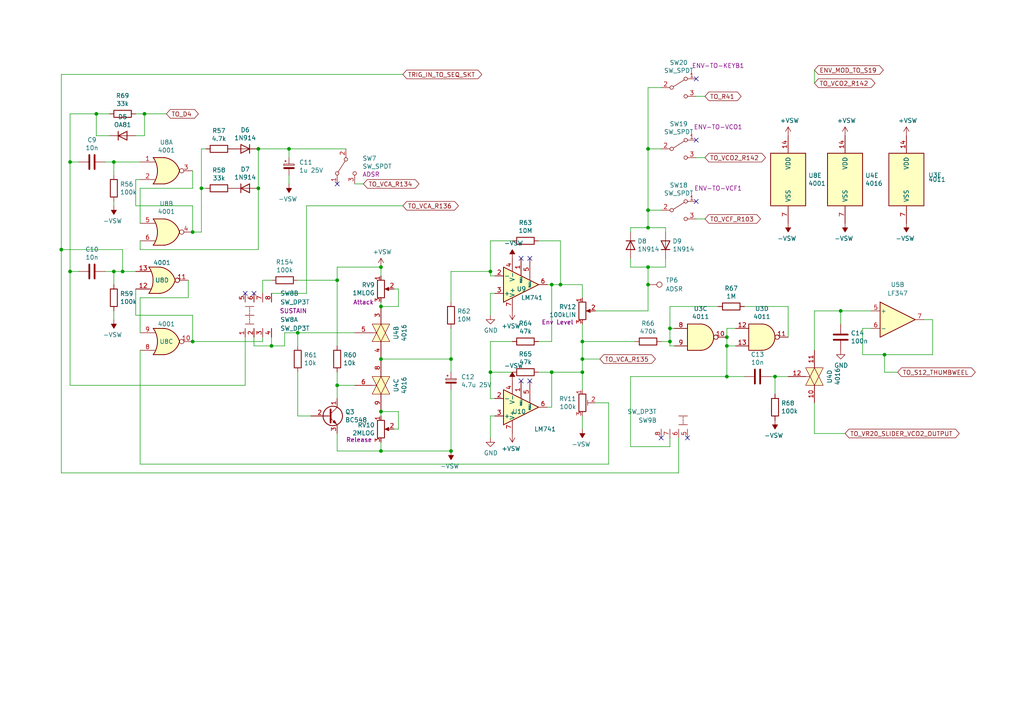
<source format=kicad_sch>
(kicad_sch (version 20230121) (generator eeschema)
  (paper "A4")
  (lib_symbols
    (symbol "4xxx:4001" (pin_names (offset 1.016))
      (property "Reference" "U" (at 0 1.27 0))
      (property "Value" "4001" (at 0 -1.27 0))
      (symbol "4001_1_1"
        (pin input line (at -7.62 2.54 0) (length 4.318) (name "~") (number "1"))
        (pin input line (at -7.62 -2.54 0) (length 4.318) (name "~") (number "2"))
        (pin output inverted (at 7.62 0 180) (length 3.81) (name "~") (number "3"))
      )
      (symbol "4001_1_2"
        (pin input inverted (at -7.62 2.54 0) (length 3.81) (name "~") (number "1"))
        (pin input inverted (at -7.62 -2.54 0) (length 3.81) (name "~") (number "2"))
        (pin output line (at 7.62 0 180) (length 3.81) (name "~") (number "3"))
      )
      (symbol "4001_2_1"
        (pin output inverted (at 7.62 0 180) (length 3.81) (name "~") (number "4"))
        (pin input line (at -7.62 2.54 0) (length 4.318) (name "~") (number "5"))
        (pin input line (at -7.62 -2.54 0) (length 4.318) (name "~") (number "6"))
      )
      (symbol "4001_2_2"
        (pin output line (at 7.62 0 180) (length 3.81) (name "~") (number "4"))
        (pin input inverted (at -7.62 2.54 0) (length 3.81) (name "~") (number "5"))
        (pin input inverted (at -7.62 -2.54 0) (length 3.81) (name "~") (number "6"))
      )
      (symbol "4001_3_1"
        (pin output inverted (at 7.62 0 180) (length 3.81) (name "~") (number "10"))
        (pin input line (at -7.62 2.54 0) (length 4.318) (name "~") (number "8"))
        (pin input line (at -7.62 -2.54 0) (length 4.318) (name "~") (number "9"))
      )
      (symbol "4001_3_2"
        (pin output line (at 7.62 0 180) (length 3.81) (name "~") (number "10"))
        (pin input inverted (at -7.62 2.54 0) (length 3.81) (name "~") (number "8"))
        (pin input inverted (at -7.62 -2.54 0) (length 3.81) (name "~") (number "9"))
      )
      (symbol "4001_4_1"
        (pin output inverted (at 7.62 0 180) (length 3.81) (name "~") (number "11"))
        (pin input line (at -7.62 2.54 0) (length 4.318) (name "~") (number "12"))
        (pin input line (at -7.62 -2.54 0) (length 4.318) (name "~") (number "13"))
      )
      (symbol "4001_4_2"
        (pin output line (at 7.62 0 180) (length 3.81) (name "~") (number "11"))
        (pin input inverted (at -7.62 2.54 0) (length 3.81) (name "~") (number "12"))
        (pin input inverted (at -7.62 -2.54 0) (length 3.81) (name "~") (number "13"))
      )
      (symbol "4001_5_0"
        (pin power_in line (at 0 12.7 270) (length 5.08) (name "VDD") (number "14"))
        (pin power_in line (at 0 -12.7 90) (length 5.08) (name "VSS") (number "7"))
      )
    )
    (symbol "4xxx:4011" (pin_names (offset 1.016))
      (property "Reference" "U" (at 0 1.27 0))
      (property "Value" "4011" (at 0 -1.27 0))
      (symbol "4011_1_1"
        (pin input line (at -7.62 2.54 0) (length 3.81) (name "~") (number "1"))
        (pin input line (at -7.62 -2.54 0) (length 3.81) (name "~") (number "2"))
        (pin output inverted (at 7.62 0 180) (length 3.81) (name "~") (number "3"))
      )
      (symbol "4011_1_2"
        (pin input inverted (at -7.62 2.54 0) (length 4.318) (name "~") (number "1"))
        (pin input inverted (at -7.62 -2.54 0) (length 4.318) (name "~") (number "2"))
        (pin output line (at 7.62 0 180) (length 3.81) (name "~") (number "3"))
      )
      (symbol "4011_2_1"
        (pin output inverted (at 7.62 0 180) (length 3.81) (name "~") (number "4"))
        (pin input line (at -7.62 2.54 0) (length 3.81) (name "~") (number "5"))
        (pin input line (at -7.62 -2.54 0) (length 3.81) (name "~") (number "6"))
      )
      (symbol "4011_2_2"
        (pin output line (at 7.62 0 180) (length 3.81) (name "~") (number "4"))
        (pin input inverted (at -7.62 2.54 0) (length 4.318) (name "~") (number "5"))
        (pin input inverted (at -7.62 -2.54 0) (length 4.318) (name "~") (number "6"))
      )
      (symbol "4011_3_1"
        (pin output inverted (at 7.62 0 180) (length 3.81) (name "~") (number "10"))
        (pin input line (at -7.62 2.54 0) (length 3.81) (name "~") (number "8"))
        (pin input line (at -7.62 -2.54 0) (length 3.81) (name "~") (number "9"))
      )
      (symbol "4011_3_2"
        (pin output line (at 7.62 0 180) (length 3.81) (name "~") (number "10"))
        (pin input inverted (at -7.62 2.54 0) (length 4.318) (name "~") (number "8"))
        (pin input inverted (at -7.62 -2.54 0) (length 4.318) (name "~") (number "9"))
      )
      (symbol "4011_4_1"
        (pin output inverted (at 7.62 0 180) (length 3.81) (name "~") (number "11"))
        (pin input line (at -7.62 2.54 0) (length 3.81) (name "~") (number "12"))
        (pin input line (at -7.62 -2.54 0) (length 3.81) (name "~") (number "13"))
      )
      (symbol "4011_4_2"
        (pin output line (at 7.62 0 180) (length 3.81) (name "~") (number "11"))
        (pin input inverted (at -7.62 2.54 0) (length 4.318) (name "~") (number "12"))
        (pin input inverted (at -7.62 -2.54 0) (length 4.318) (name "~") (number "13"))
      )
      (symbol "4011_5_0"
        (pin power_in line (at 0 12.7 270) (length 5.08) (name "VDD") (number "14"))
        (pin power_in line (at 0 -12.7 90) (length 5.08) (name "VSS") (number "7"))
      )
    )
    (symbol "4xxx:4016" (pin_names (offset 1.016))
      (property "Reference" "U" (at -7.62 8.89 0))
      (property "Value" "4016" (at -7.62 -8.89 0))
      (symbol "4016_1_0"
        (pin passive line (at -7.62 0 0) (length 5.08) (name "~") (number "1"))
        (pin input line (at 0 7.62 270) (length 5.08) (name "~") (number "13"))
        (pin passive line (at 7.62 0 180) (length 5.08) (name "~") (number "2"))
      )
      (symbol "4016_2_0"
        (pin passive line (at 7.62 0 180) (length 5.08) (name "~") (number "3"))
        (pin passive line (at -7.62 0 0) (length 5.08) (name "~") (number "4"))
        (pin input line (at 0 7.62 270) (length 5.08) (name "~") (number "5"))
      )
      (symbol "4016_3_0"
        (pin input line (at 0 7.62 270) (length 5.08) (name "~") (number "6"))
        (pin passive line (at -7.62 0 0) (length 5.08) (name "~") (number "8"))
        (pin passive line (at 7.62 0 180) (length 5.08) (name "~") (number "9"))
      )
      (symbol "4016_4_0"
        (pin passive line (at 7.62 0 180) (length 5.08) (name "~") (number "10"))
        (pin passive line (at -7.62 0 0) (length 5.08) (name "~") (number "11"))
        (pin input line (at 0 7.62 270) (length 5.08) (name "~") (number "12"))
      )
      (symbol "4016_5_0"
        (pin power_in line (at 0 12.7 270) (length 5.08) (name "VDD") (number "14"))
        (pin power_in line (at 0 -12.7 90) (length 5.08) (name "VSS") (number "7"))
      )
    )
    (symbol "Amplifier_Operational:LM741" (pin_names (offset 0.127))
      (property "Reference" "U" (at 0 6.35 0))
      (property "Value" "LM741" (at 0 3.81 0))
      (symbol "LM741_1_1"
        (pin input line (at 0 -7.62 90) (length 5.08) (name "NULL") (number "1"))
        (pin input line (at -7.62 -2.54 0) (length 2.54) (name "-") (number "2"))
        (pin input line (at -7.62 2.54 0) (length 2.54) (name "+") (number "3"))
        (pin power_in line (at -2.54 -7.62 90) (length 3.81) (name "V-") (number "4"))
        (pin input line (at 2.54 -7.62 90) (length 6.35) (name "NULL") (number "5"))
        (pin output line (at 7.62 0 180) (length 2.54) (name "~") (number "6"))
        (pin power_in line (at -2.54 7.62 270) (length 3.81) (name "V+") (number "7"))
        (pin no_connect line (at 0 2.54 270) (length 2.54) hide (name "NC") (number "8"))
      )
    )
    (symbol "Connector:TestPoint" (pin_numbers hide) (pin_names (offset 0.762) hide)
      (property "Reference" "TP" (at 0 6.858 0))
      (property "Value" "TestPoint" (at 0 5.08 0))
      (symbol "TestPoint_1_1"
        (pin passive line (at 0 0 90) (length 2.54) (name "1") (number "1"))
      )
    )
    (symbol "Device:C" (pin_numbers hide) (pin_names (offset 0.254))
      (property "Reference" "C" (at 0.635 2.54 0))
      (property "Value" "C" (at 0.635 -2.54 0))
      (symbol "C_1_1"
        (pin passive line (at 0 3.81 270) (length 2.794) (name "~") (number "1"))
        (pin passive line (at 0 -3.81 90) (length 2.794) (name "~") (number "2"))
      )
    )
    (symbol "Device:C_Polarized_Small" (pin_numbers hide) (pin_names (offset 0.254) hide)
      (property "Reference" "C" (at 0.254 1.778 0))
      (property "Value" "C_Polarized_Small" (at 0.254 -2.032 0))
      (symbol "C_Polarized_Small_1_1"
        (pin passive line (at 0 2.54 270) (length 1.8542) (name "~") (number "1"))
        (pin passive line (at 0 -2.54 90) (length 1.8542) (name "~") (number "2"))
      )
    )
    (symbol "Device:D" (pin_numbers hide) (pin_names (offset 1.016) hide)
      (property "Reference" "D" (at 0 2.54 0))
      (property "Value" "D" (at 0 -2.54 0))
      (symbol "D_1_1"
        (pin passive line (at -3.81 0 0) (length 2.54) (name "K") (number "1"))
        (pin passive line (at 3.81 0 180) (length 2.54) (name "A") (number "2"))
      )
    )
    (symbol "Device:R" (pin_numbers hide) (pin_names (offset 0))
      (property "Reference" "R" (at 2.032 0 90))
      (property "Value" "R" (at 0 0 90))
      (symbol "R_1_1"
        (pin passive line (at 0 3.81 270) (length 1.27) (name "~") (number "1"))
        (pin passive line (at 0 -3.81 90) (length 1.27) (name "~") (number "2"))
      )
    )
    (symbol "Device:R_Potentiometer" (pin_names (offset 1.016) hide)
      (property "Reference" "RV" (at -4.445 0 90))
      (property "Value" "R_Potentiometer" (at -2.54 0 90))
      (symbol "R_Potentiometer_1_1"
        (pin passive line (at 0 3.81 270) (length 1.27) (name "1") (number "1"))
        (pin passive line (at 3.81 0 180) (length 1.27) (name "2") (number "2"))
        (pin passive line (at 0 -3.81 90) (length 1.27) (name "3") (number "3"))
      )
    )
    (symbol "Device:R_Potentiometer_Trim" (pin_names (offset 1.016) hide)
      (property "Reference" "RV" (at -4.445 0 90))
      (property "Value" "R_Potentiometer_Trim" (at -2.54 0 90))
      (symbol "R_Potentiometer_Trim_1_1"
        (pin passive line (at 0 3.81 270) (length 1.27) (name "1") (number "1"))
        (pin passive line (at 3.81 0 180) (length 1.27) (name "2") (number "2"))
        (pin passive line (at 0 -3.81 90) (length 1.27) (name "3") (number "3"))
      )
    )
    (symbol "Diode:1N914" (pin_numbers hide) (pin_names hide)
      (property "Reference" "D" (at 0 2.54 0))
      (property "Value" "1N914" (at 0 -2.54 0))
      (symbol "1N914_1_1"
        (pin passive line (at -3.81 0 0) (length 2.54) (name "K") (number "1"))
        (pin passive line (at 3.81 0 180) (length 2.54) (name "A") (number "2"))
      )
    )
    (symbol "Switch:SW_SPDT" (pin_names (offset 0) hide)
      (property "Reference" "SW" (at 0 4.318 0))
      (property "Value" "SW_SPDT" (at 0 -5.08 0))
      (symbol "SW_SPDT_1_1"
        (pin passive line (at 5.08 2.54 180) (length 2.54) (name "A") (number "1"))
        (pin passive line (at -5.08 0 0) (length 2.54) (name "B") (number "2"))
        (pin passive line (at 5.08 -2.54 180) (length 2.54) (name "C") (number "3"))
      )
    )
    (symbol "Transistor_BJT:BC548" (pin_names (offset 0) hide)
      (property "Reference" "Q" (at 5.08 1.905 0))
      (property "Value" "BC548" (at 5.08 0 0))
      (symbol "BC548_1_1"
        (pin passive line (at 2.54 5.08 270) (length 2.54) (name "C") (number "1"))
        (pin input line (at -5.08 0 0) (length 5.08) (name "B") (number "2"))
        (pin passive line (at 2.54 -5.08 90) (length 2.54) (name "E") (number "3"))
      )
    )
    (symbol "pe_microsynth:LF347" (pin_names (offset 0.127))
      (property "Reference" "U" (at 0 5.08 0))
      (property "Value" "LF347" (at 0 -5.08 0))
      (symbol "LF347_1_1"
        (pin output line (at 7.62 0 180) (length 2.54) (name "~") (number "1"))
        (pin input line (at -7.62 -2.54 0) (length 2.54) (name "-") (number "2"))
        (pin input line (at -7.62 2.54 0) (length 2.54) (name "+") (number "3"))
      )
      (symbol "LF347_2_1"
        (pin input line (at -7.62 2.54 0) (length 2.54) (name "+") (number "5"))
        (pin input line (at -7.62 -2.54 0) (length 2.54) (name "-") (number "6"))
        (pin output line (at 7.62 0 180) (length 2.54) (name "~") (number "7"))
      )
      (symbol "LF347_3_1"
        (pin input line (at -7.62 2.54 0) (length 2.54) (name "+") (number "10"))
        (pin output line (at 7.62 0 180) (length 2.54) (name "~") (number "8"))
        (pin input line (at -7.62 -2.54 0) (length 2.54) (name "-") (number "9"))
      )
      (symbol "LF347_4_1"
        (pin input line (at -7.62 2.54 0) (length 2.54) (name "+") (number "12"))
        (pin input line (at -7.62 -2.54 0) (length 2.54) (name "-") (number "13"))
        (pin output line (at 7.62 0 180) (length 2.54) (name "~") (number "14"))
      )
      (symbol "LF347_5_1"
        (pin power_in line (at -2.54 -7.62 90) (length 3.81) (name "V-") (number "11"))
        (pin power_in line (at -2.54 7.62 270) (length 3.81) (name "V+") (number "4"))
      )
    )
    (symbol "pe_microsynth:SW_DPTT_SELECTOR-Switch" (pin_names (offset 1.016))
      (property "Reference" "SW" (at 0 0 0))
      (property "Value" "SW_DPTT_SELECTOR-Switch" (at 0 0 0))
      (symbol "SW_DPTT_SELECTOR-Switch_1_1"
        (pin bidirectional line (at -3.81 -5.08 90) (length 2.54) (name "~") (number "1"))
        (pin bidirectional line (at -1.27 -5.08 90) (length 2.54) (name "~") (number "2"))
        (pin bidirectional line (at 1.27 -5.08 90) (length 2.54) (name "~") (number "3"))
        (pin bidirectional line (at 3.81 -5.08 90) (length 2.54) (name "~") (number "4"))
      )
      (symbol "SW_DPTT_SELECTOR-Switch_2_1"
        (pin bidirectional line (at -3.81 5.08 270) (length 2.54) (name "~") (number "5"))
        (pin bidirectional line (at -1.27 5.08 270) (length 2.54) (name "~") (number "6"))
        (pin bidirectional line (at 1.27 5.08 270) (length 2.54) (name "~") (number "7"))
        (pin bidirectional line (at 3.81 5.08 270) (length 2.54) (name "~") (number "8"))
      )
    )
    (symbol "power:+VSW" (power) (pin_names (offset 0))
      (property "Value" "+VSW" (at 0 3.556 0))
      (symbol "+VSW_1_1"
        (pin power_in line (at 0 0 90) (length 0) hide (name "+VSW") (number "1"))
      )
    )
    (symbol "power:-VSW" (power) (pin_names (offset 0))
      (property "Value" "-VSW" (at 0 3.81 0))
      (symbol "-VSW_0_0"
        (pin power_in line (at 0 0 90) (length 0) hide (name "-VSW") (number "1"))
      )
    )
    (symbol "power:GND" (power) (pin_names (offset 0))
      (property "Value" "GND" (at 0 -3.81 0))
      (symbol "GND_1_1"
        (pin power_in line (at 0 0 270) (length 0) hide (name "GND") (number "1"))
      )
    )
  )
  (junction (at 35.56 78.74))
  (junction (at 130.81 104.14))
  (junction (at 20.32 46.99))
  (junction (at 74.93 43.18))
  (junction (at 142.24 107.95))
  (junction (at 187.96 82.55))
  (junction (at 210.82 109.22))
  (junction (at 187.96 43.18))
  (junction (at 83.82 43.18))
  (junction (at 187.96 60.96))
  (junction (at 17.78 72.39))
  (junction (at 97.79 81.28))
  (junction (at 110.49 77.47))
  (junction (at 86.36 96.52))
  (junction (at 243.84 90.17))
  (junction (at 187.96 77.47))
  (junction (at 210.82 97.79))
  (junction (at 256.54 102.87))
  (junction (at 58.42 54.61))
  (junction (at 110.49 119.38))
  (junction (at 130.81 130.81))
  (junction (at 110.49 104.14))
  (junction (at 97.79 111.76))
  (junction (at 33.02 46.99))
  (junction (at 160.02 107.95))
  (junction (at 110.49 130.81))
  (junction (at 224.79 109.22))
  (junction (at 27.94 33.02))
  (junction (at 41.91 33.02))
  (junction (at 168.91 99.06))
  (junction (at 55.88 67.31))
  (junction (at 142.24 78.74))
  (junction (at 20.32 78.74))
  (junction (at 168.91 107.95))
  (junction (at 55.88 99.06))
  (junction (at 74.93 54.61))
  (junction (at 210.82 100.33))
  (junction (at 194.31 95.25))
  (junction (at 162.56 82.55))
  (junction (at 78.74 100.33))
  (junction (at 160.02 82.55))
  (junction (at 168.91 104.14))
  (junction (at 194.31 99.06))
  (junction (at 33.02 78.74))
  (junction (at 110.49 88.9))
  (junction (at 187.96 66.04))
  (no_connect (at 97.79 53.34))
  (no_connect (at 151.13 110.49))
  (no_connect (at 201.93 40.64))
  (no_connect (at 71.12 85.09))
  (no_connect (at 199.39 127))
  (no_connect (at 201.93 22.86))
  (no_connect (at 153.67 74.93))
  (no_connect (at 201.93 58.42))
  (no_connect (at 191.77 127))
  (no_connect (at 153.67 110.49))
  (no_connect (at 73.66 85.09))
  (no_connect (at 151.13 74.93))
  (wire (pts (xy 35.56 78.74) (xy 35.56 72.39)))
  (wire (pts (xy 27.94 33.02) (xy 31.75 33.02)))
  (wire (pts (xy 58.42 54.61) (xy 58.42 43.18)))
  (wire (pts (xy 110.49 88.9) (xy 115.57 88.9)))
  (wire (pts (xy 156.21 69.85) (xy 162.56 69.85)))
  (wire (pts (xy 97.79 107.95) (xy 97.79 111.76)))
  (wire (pts (xy 201.93 45.72) (xy 204.47 45.72)))
  (wire (pts (xy 160.02 82.55) (xy 160.02 99.06)))
  (wire (pts (xy 228.6 109.22) (xy 224.79 109.22)))
  (wire (pts (xy 130.81 104.14) (xy 130.81 95.25)))
  (wire (pts (xy 30.48 46.99) (xy 33.02 46.99)))
  (wire (pts (xy 130.81 104.14) (xy 130.81 107.95)))
  (wire (pts (xy 210.82 95.25) (xy 213.36 95.25)))
  (wire (pts (xy 182.88 67.31) (xy 182.88 66.04)))
  (wire (pts (xy 97.79 77.47) (xy 97.79 81.28)))
  (wire (pts (xy 260.35 107.95) (xy 256.54 107.95)))
  (wire (pts (xy 193.04 66.04) (xy 193.04 67.31)))
  (wire (pts (xy 110.49 119.38) (xy 115.57 119.38)))
  (wire (pts (xy 20.32 111.76) (xy 20.32 78.74)))
  (wire (pts (xy 78.74 85.09) (xy 88.9 85.09)))
  (wire (pts (xy 110.49 120.65) (xy 110.49 119.38)))
  (wire (pts (xy 194.31 88.9) (xy 194.31 95.25)))
  (wire (pts (xy 210.82 100.33) (xy 210.82 109.22)))
  (wire (pts (xy 142.24 99.06) (xy 148.59 99.06)))
  (wire (pts (xy 195.58 100.33) (xy 194.31 100.33)))
  (wire (pts (xy 20.32 46.99) (xy 20.32 33.02)))
  (wire (pts (xy 224.79 114.3) (xy 224.79 109.22)))
  (wire (pts (xy 142.24 69.85) (xy 148.59 69.85)))
  (wire (pts (xy 88.9 59.69) (xy 116.84 59.69)))
  (wire (pts (xy 20.32 111.76) (xy 71.12 111.76)))
  (wire (pts (xy 256.54 107.95) (xy 256.54 102.87)))
  (wire (pts (xy 193.04 77.47) (xy 187.96 77.47)))
  (wire (pts (xy 40.64 54.61) (xy 55.88 54.61)))
  (wire (pts (xy 204.47 63.5) (xy 201.93 63.5)))
  (wire (pts (xy 142.24 85.09) (xy 143.51 85.09)))
  (wire (pts (xy 55.88 67.31) (xy 58.42 67.31)))
  (wire (pts (xy 196.85 137.16) (xy 17.78 137.16)))
  (wire (pts (xy 187.96 90.17) (xy 172.72 90.17)))
  (wire (pts (xy 58.42 54.61) (xy 59.69 54.61)))
  (wire (pts (xy 110.49 104.14) (xy 130.81 104.14)))
  (wire (pts (xy 73.66 97.79) (xy 73.66 100.33)))
  (wire (pts (xy 250.19 95.25) (xy 252.73 95.25)))
  (wire (pts (xy 76.2 81.28) (xy 78.74 81.28)))
  (wire (pts (xy 40.64 72.39) (xy 74.93 72.39)))
  (wire (pts (xy 168.91 107.95) (xy 168.91 104.14)))
  (wire (pts (xy 142.24 120.65) (xy 143.51 120.65)))
  (wire (pts (xy 168.91 113.03) (xy 168.91 107.95)))
  (wire (pts (xy 256.54 102.87) (xy 250.19 102.87)))
  (wire (pts (xy 40.64 52.07) (xy 39.37 52.07)))
  (wire (pts (xy 236.22 125.73) (xy 236.22 116.84)))
  (wire (pts (xy 267.97 92.71) (xy 270.51 92.71)))
  (wire (pts (xy 194.31 95.25) (xy 195.58 95.25)))
  (wire (pts (xy 215.9 88.9) (xy 228.6 88.9)))
  (wire (pts (xy 130.81 113.03) (xy 130.81 130.81)))
  (wire (pts (xy 39.37 91.44) (xy 39.37 83.82)))
  (wire (pts (xy 194.31 95.25) (xy 194.31 99.06)))
  (wire (pts (xy 88.9 85.09) (xy 88.9 59.69)))
  (wire (pts (xy 33.02 59.69) (xy 33.02 58.42)))
  (wire (pts (xy 40.64 134.62) (xy 40.64 101.6)))
  (wire (pts (xy 97.79 81.28) (xy 97.79 100.33)))
  (wire (pts (xy 105.41 53.34) (xy 102.87 53.34)))
  (wire (pts (xy 110.49 77.47) (xy 97.79 77.47)))
  (wire (pts (xy 39.37 52.07) (xy 39.37 59.69)))
  (wire (pts (xy 182.88 109.22) (xy 182.88 129.54)))
  (wire (pts (xy 74.93 72.39) (xy 74.93 54.61)))
  (wire (pts (xy 176.53 116.84) (xy 176.53 134.62)))
  (wire (pts (xy 40.64 69.85) (xy 40.64 72.39)))
  (wire (pts (xy 76.2 99.06) (xy 76.2 97.79)))
  (wire (pts (xy 114.3 124.46) (xy 115.57 124.46)))
  (wire (pts (xy 187.96 82.55) (xy 187.96 90.17)))
  (wire (pts (xy 142.24 78.74) (xy 142.24 69.85)))
  (wire (pts (xy 160.02 107.95) (xy 168.91 107.95)))
  (wire (pts (xy 236.22 24.13) (xy 236.22 20.32)))
  (wire (pts (xy 168.91 104.14) (xy 168.91 99.06)))
  (wire (pts (xy 97.79 115.57) (xy 97.79 111.76)))
  (wire (pts (xy 187.96 25.4) (xy 187.96 43.18)))
  (wire (pts (xy 142.24 80.01) (xy 142.24 78.74)))
  (wire (pts (xy 31.75 39.37) (xy 27.94 39.37)))
  (wire (pts (xy 110.49 80.01) (xy 110.49 77.47)))
  (wire (pts (xy 156.21 107.95) (xy 160.02 107.95)))
  (wire (pts (xy 110.49 87.63) (xy 110.49 88.9)))
  (wire (pts (xy 168.91 82.55) (xy 162.56 82.55)))
  (wire (pts (xy 142.24 107.95) (xy 142.24 115.57)))
  (wire (pts (xy 160.02 82.55) (xy 158.75 82.55)))
  (wire (pts (xy 86.36 96.52) (xy 102.87 96.52)))
  (wire (pts (xy 40.64 64.77) (xy 40.64 54.61)))
  (wire (pts (xy 182.88 129.54) (xy 194.31 129.54)))
  (wire (pts (xy 33.02 78.74) (xy 35.56 78.74)))
  (wire (pts (xy 168.91 120.65) (xy 168.91 124.46)))
  (wire (pts (xy 243.84 90.17) (xy 236.22 90.17)))
  (wire (pts (xy 86.36 81.28) (xy 97.79 81.28)))
  (wire (pts (xy 142.24 115.57) (xy 143.51 115.57)))
  (wire (pts (xy 41.91 39.37) (xy 41.91 33.02)))
  (wire (pts (xy 172.72 116.84) (xy 176.53 116.84)))
  (wire (pts (xy 33.02 78.74) (xy 33.02 82.55)))
  (wire (pts (xy 115.57 83.82) (xy 114.3 83.82)))
  (wire (pts (xy 130.81 78.74) (xy 142.24 78.74)))
  (wire (pts (xy 168.91 86.36) (xy 168.91 82.55)))
  (wire (pts (xy 148.59 107.95) (xy 142.24 107.95)))
  (wire (pts (xy 86.36 120.65) (xy 86.36 107.95)))
  (wire (pts (xy 187.96 66.04) (xy 193.04 66.04)))
  (wire (pts (xy 97.79 130.81) (xy 110.49 130.81)))
  (wire (pts (xy 215.9 109.22) (xy 210.82 109.22)))
  (wire (pts (xy 86.36 100.33) (xy 86.36 96.52)))
  (wire (pts (xy 187.96 77.47) (xy 182.88 77.47)))
  (wire (pts (xy 191.77 60.96) (xy 187.96 60.96)))
  (wire (pts (xy 39.37 39.37) (xy 41.91 39.37)))
  (wire (pts (xy 142.24 107.95) (xy 142.24 99.06)))
  (wire (pts (xy 40.64 86.36) (xy 54.61 86.36)))
  (wire (pts (xy 194.31 100.33) (xy 194.31 99.06)))
  (wire (pts (xy 210.82 109.22) (xy 182.88 109.22)))
  (wire (pts (xy 236.22 90.17) (xy 236.22 101.6)))
  (wire (pts (xy 168.91 99.06) (xy 184.15 99.06)))
  (wire (pts (xy 176.53 134.62) (xy 40.64 134.62)))
  (wire (pts (xy 73.66 100.33) (xy 78.74 100.33)))
  (wire (pts (xy 55.88 59.69) (xy 55.88 67.31)))
  (wire (pts (xy 55.88 54.61) (xy 55.88 49.53)))
  (wire (pts (xy 160.02 107.95) (xy 160.02 118.11)))
  (wire (pts (xy 78.74 100.33) (xy 82.55 100.33)))
  (wire (pts (xy 115.57 88.9) (xy 115.57 83.82)))
  (wire (pts (xy 196.85 127) (xy 196.85 137.16)))
  (wire (pts (xy 58.42 43.18) (xy 59.69 43.18)))
  (wire (pts (xy 208.28 88.9) (xy 194.31 88.9)))
  (wire (pts (xy 143.51 80.01) (xy 142.24 80.01)))
  (wire (pts (xy 33.02 92.71) (xy 33.02 90.17)))
  (wire (pts (xy 55.88 99.06) (xy 76.2 99.06)))
  (wire (pts (xy 39.37 59.69) (xy 55.88 59.69)))
  (wire (pts (xy 182.88 66.04) (xy 187.96 66.04)))
  (wire (pts (xy 160.02 118.11) (xy 158.75 118.11)))
  (wire (pts (xy 33.02 46.99) (xy 40.64 46.99)))
  (wire (pts (xy 20.32 78.74) (xy 22.86 78.74)))
  (wire (pts (xy 17.78 137.16) (xy 17.78 72.39)))
  (wire (pts (xy 110.49 128.27) (xy 110.49 130.81)))
  (wire (pts (xy 58.42 67.31) (xy 58.42 54.61)))
  (wire (pts (xy 173.99 104.14) (xy 168.91 104.14)))
  (wire (pts (xy 252.73 90.17) (xy 243.84 90.17)))
  (wire (pts (xy 187.96 77.47) (xy 187.96 82.55)))
  (wire (pts (xy 78.74 100.33) (xy 78.74 97.79)))
  (wire (pts (xy 194.31 99.06) (xy 191.77 99.06)))
  (wire (pts (xy 74.93 54.61) (xy 74.93 43.18)))
  (wire (pts (xy 270.51 102.87) (xy 256.54 102.87)))
  (wire (pts (xy 162.56 69.85) (xy 162.56 82.55)))
  (wire (pts (xy 41.91 33.02) (xy 39.37 33.02)))
  (wire (pts (xy 100.33 43.18) (xy 83.82 43.18)))
  (wire (pts (xy 97.79 125.73) (xy 97.79 130.81)))
  (wire (pts (xy 187.96 43.18) (xy 187.96 60.96)))
  (wire (pts (xy 82.55 100.33) (xy 82.55 96.52)))
  (wire (pts (xy 20.32 46.99) (xy 20.32 78.74)))
  (wire (pts (xy 33.02 46.99) (xy 33.02 50.8)))
  (wire (pts (xy 142.24 91.44) (xy 142.24 85.09)))
  (wire (pts (xy 210.82 97.79) (xy 210.82 95.25)))
  (wire (pts (xy 193.04 74.93) (xy 193.04 77.47)))
  (wire (pts (xy 210.82 97.79) (xy 210.82 100.33)))
  (wire (pts (xy 82.55 96.52) (xy 86.36 96.52)))
  (wire (pts (xy 76.2 81.28) (xy 76.2 85.09)))
  (wire (pts (xy 162.56 82.55) (xy 160.02 82.55)))
  (wire (pts (xy 130.81 87.63) (xy 130.81 78.74)))
  (wire (pts (xy 83.82 45.72) (xy 83.82 43.18)))
  (wire (pts (xy 270.51 92.71) (xy 270.51 102.87)))
  (wire (pts (xy 20.32 33.02) (xy 27.94 33.02)))
  (wire (pts (xy 22.86 46.99) (xy 20.32 46.99)))
  (wire (pts (xy 243.84 93.98) (xy 243.84 90.17)))
  (wire (pts (xy 182.88 77.47) (xy 182.88 74.93)))
  (wire (pts (xy 191.77 25.4) (xy 187.96 25.4)))
  (wire (pts (xy 110.49 130.81) (xy 130.81 130.81)))
  (wire (pts (xy 48.26 33.02) (xy 41.91 33.02)))
  (wire (pts (xy 115.57 119.38) (xy 115.57 124.46)))
  (wire (pts (xy 90.17 120.65) (xy 86.36 120.65)))
  (wire (pts (xy 250.19 102.87) (xy 250.19 95.25)))
  (wire (pts (xy 168.91 93.98) (xy 168.91 99.06)))
  (wire (pts (xy 160.02 99.06) (xy 156.21 99.06)))
  (wire (pts (xy 55.88 99.06) (xy 55.88 91.44)))
  (wire (pts (xy 55.88 91.44) (xy 39.37 91.44)))
  (wire (pts (xy 27.94 39.37) (xy 27.94 33.02)))
  (wire (pts (xy 187.96 60.96) (xy 187.96 66.04)))
  (wire (pts (xy 83.82 53.34) (xy 83.82 50.8)))
  (wire (pts (xy 83.82 43.18) (xy 74.93 43.18)))
  (wire (pts (xy 194.31 129.54) (xy 194.31 127)))
  (wire (pts (xy 224.79 109.22) (xy 223.52 109.22)))
  (wire (pts (xy 35.56 72.39) (xy 17.78 72.39)))
  (wire (pts (xy 30.48 78.74) (xy 33.02 78.74)))
  (wire (pts (xy 204.47 27.94) (xy 201.93 27.94)))
  (wire (pts (xy 245.11 125.73) (xy 236.22 125.73)))
  (wire (pts (xy 210.82 100.33) (xy 213.36 100.33)))
  (wire (pts (xy 54.61 86.36) (xy 54.61 81.28)))
  (wire (pts (xy 17.78 21.59) (xy 17.78 72.39)))
  (wire (pts (xy 142.24 127) (xy 142.24 120.65)))
  (wire (pts (xy 191.77 43.18) (xy 187.96 43.18)))
  (wire (pts (xy 97.79 111.76) (xy 102.87 111.76)))
  (wire (pts (xy 116.84 21.59) (xy 17.78 21.59)))
  (wire (pts (xy 228.6 88.9) (xy 228.6 97.79)))
  (wire (pts (xy 40.64 96.52) (xy 40.64 86.36)))
  (wire (pts (xy 71.12 97.79) (xy 71.12 111.76)))
  (wire (pts (xy 35.56 78.74) (xy 39.37 78.74)))
  (global_label "TO_VCA_R136" (shape bidirectional) (at 116.84 59.69 0) (property "Intersheetrefs" "${INTERSHEET_REFS}" (effects hide)))
  (global_label "TO_VCO2_R142" (shape bidirectional) (at 204.47 45.72 0) (property "Intersheetrefs" "${INTERSHEET_REFS}" (effects hide)))
  (global_label "ENV_MOD_TO_S19" (shape bidirectional) (at 236.22 20.32 0) (property "Intersheetrefs" "${INTERSHEET_REFS}" (effects hide)))
  (global_label "TO_VCA_R134" (shape bidirectional) (at 105.41 53.34 0) (property "Intersheetrefs" "${INTERSHEET_REFS}" (effects hide)))
  (global_label "TO_VCA_R135" (shape bidirectional) (at 173.99 104.14 0) (property "Intersheetrefs" "${INTERSHEET_REFS}" (effects hide)))
  (global_label "TO_VR20_SLIDER_VCO2_OUTPUT" (shape bidirectional) (at 245.11 125.73 0) (property "Intersheetrefs" "${INTERSHEET_REFS}" (effects hide)))
  (global_label "TO_VCF_R103" (shape bidirectional) (at 204.47 63.5 0) (property "Intersheetrefs" "${INTERSHEET_REFS}" (effects hide)))
  (global_label "TO_R41" (shape bidirectional) (at 204.47 27.94 0) (property "Intersheetrefs" "${INTERSHEET_REFS}" (effects hide)))
  (global_label "TRIG_IN_TO_SEQ_SKT" (shape bidirectional) (at 116.84 21.59 0) (property "Intersheetrefs" "${INTERSHEET_REFS}" (effects hide)))
  (global_label "TO_D4" (shape bidirectional) (at 48.26 33.02 0) (property "Intersheetrefs" "${INTERSHEET_REFS}" (effects hide)))
  (global_label "TO_S12_THUMBWEEL" (shape bidirectional) (at 260.35 107.95 0) (property "Intersheetrefs" "${INTERSHEET_REFS}" (effects hide)))
  (global_label "TO_VCO2_R142" (shape bidirectional) (at 236.22 24.13 0) (property "Intersheetrefs" "${INTERSHEET_REFS}" (effects hide)))
  (symbol (lib_id "4xxx:4016") (at 110.49 96.52 90) (unit 2)
    (property "Reference" "U4" (at 114.8842 96.52 0))
    (property "Value" "4016" (at 117.1956 96.52 0))
    (property "Footprint" "Package_DIP:DIP-14_W7.62mm_LongPads" (effects hide))
    (property "Datasheet" "http://www.ti.com/lit/ds/symlink/cd4016b.pdf" (effects hide))
  )
  (symbol (lib_id "4xxx:4016") (at 110.49 111.76 90) (mirror x) (unit 3)
    (property "Reference" "U4" (at 114.8842 111.76 0))
    (property "Value" "4016" (at 117.1956 111.76 0))
    (property "Footprint" "Package_DIP:DIP-14_W7.62mm_LongPads" (effects hide))
    (property "Datasheet" "http://www.ti.com/lit/ds/symlink/cd4016b.pdf" (effects hide))
  )
  (symbol (lib_id "4xxx:4016") (at 236.22 109.22 90) (mirror x) (unit 4)
    (property "Reference" "U4" (at 240.6142 109.22 0))
    (property "Value" "4016" (at 242.9256 109.22 0))
    (property "Footprint" "Package_DIP:DIP-14_W7.62mm_LongPads" (effects hide))
    (property "Datasheet" "http://www.ti.com/lit/ds/symlink/cd4016b.pdf" (effects hide))
  )
  (symbol (lib_id "4xxx:4016") (at 245.11 52.07 0) (unit 5)
    (property "Reference" "U4" (at 250.952 50.9016 0) (effects (justify left)))
    (property "Value" "4016" (at 250.952 53.213 0) (effects (justify left)))
    (property "Footprint" "Package_DIP:DIP-14_W7.62mm_LongPads" (effects hide))
    (property "Datasheet" "http://www.ti.com/lit/ds/symlink/cd4016b.pdf" (effects hide))
  )
  (symbol (lib_id "4xxx:4001") (at 48.26 49.53 0) (unit 1)
    (property "Reference" "U8" (at 48.26 41.275 0))
    (property "Value" "4001" (at 48.26 43.5864 0))
    (property "Footprint" "Package_DIP:DIP-14_W7.62mm_LongPads" (effects hide))
    (property "Datasheet" "http://www.intersil.com/content/dam/Intersil/documents/cd40/cd4000bms-01bms-02bms-25bms.pdf" (effects hide))
  )
  (symbol (lib_id "4xxx:4001") (at 48.26 67.31 0) (unit 2)
    (property "Reference" "U8" (at 48.26 59.055 0))
    (property "Value" "4001" (at 48.26 61.3664 0))
    (property "Footprint" "Package_DIP:DIP-14_W7.62mm_LongPads" (effects hide))
    (property "Datasheet" "http://www.intersil.com/content/dam/Intersil/documents/cd40/cd4000bms-01bms-02bms-25bms.pdf" (effects hide))
  )
  (symbol (lib_id "4xxx:4001") (at 48.26 99.06 0) (mirror x) (unit 3)
    (property "Reference" "U8" (at 48.26 99.06 0))
    (property "Value" "4001" (at 48.26 93.98 0))
    (property "Footprint" "Package_DIP:DIP-14_W7.62mm_LongPads" (effects hide))
    (property "Datasheet" "http://www.intersil.com/content/dam/Intersil/documents/cd40/cd4000bms-01bms-02bms-25bms.pdf" (effects hide))
  )
  (symbol (lib_id "4xxx:4001") (at 46.99 81.28 0) (mirror x) (unit 4)
    (property "Reference" "U8" (at 46.99 81.28 0))
    (property "Value" "4001" (at 46.99 76.2 0))
    (property "Footprint" "Package_DIP:DIP-14_W7.62mm_LongPads" (effects hide))
    (property "Datasheet" "http://www.intersil.com/content/dam/Intersil/documents/cd40/cd4000bms-01bms-02bms-25bms.pdf" (effects hide))
  )
  (symbol (lib_id "4xxx:4001") (at 228.6 52.07 0) (unit 5)
    (property "Reference" "U8" (at 234.442 50.9016 0) (effects (justify left)))
    (property "Value" "4001" (at 234.442 53.213 0) (effects (justify left)))
    (property "Footprint" "Package_DIP:DIP-14_W7.62mm_LongPads" (effects hide))
    (property "Datasheet" "http://www.intersil.com/content/dam/Intersil/documents/cd40/cd4000bms-01bms-02bms-25bms.pdf" (effects hide))
  )
  (symbol (lib_id "Device:C") (at 26.67 46.99 270) (unit 1)
    (property "Reference" "C9" (at 26.67 40.5892 90))
    (property "Value" "10n" (at 26.67 42.9006 90))
    (property "Footprint" "Capacitor_THT:C_Rect_L7.2mm_W2.5mm_P5.00mm_FKS2_FKP2_MKS2_MKP2" (effects hide))
  )
  (symbol (lib_id "Device:C") (at 26.67 78.74 270) (unit 1)
    (property "Reference" "C10" (at 26.67 72.3392 90))
    (property "Value" "10n" (at 26.67 74.6506 90))
    (property "Footprint" "Capacitor_THT:C_Rect_L7.2mm_W2.5mm_P5.00mm_FKS2_FKP2_MKS2_MKP2" (effects hide))
  )
  (symbol (lib_id "Device:R") (at 35.56 33.02 270) (unit 1)
    (property "Reference" "R69" (at 35.56 27.7622 90))
    (property "Value" "33k" (at 35.56 30.0736 90))
    (property "Footprint" "Resistor_THT:R_Axial_DIN0207_L6.3mm_D2.5mm_P10.16mm_Horizontal" (effects hide))
  )
  (symbol (lib_id "Device:R") (at 63.5 43.18 270) (unit 1)
    (property "Reference" "R57" (at 63.5 37.9222 90))
    (property "Value" "4.7k" (at 63.5 40.2336 90))
    (property "Footprint" "Resistor_THT:R_Axial_DIN0207_L6.3mm_D2.5mm_P10.16mm_Horizontal" (effects hide))
  )
  (symbol (lib_id "Device:R") (at 63.5 54.61 270) (unit 1)
    (property "Reference" "R58" (at 63.5 49.3522 90))
    (property "Value" "33k" (at 63.5 51.6636 90))
    (property "Footprint" "Resistor_THT:R_Axial_DIN0207_L6.3mm_D2.5mm_P10.16mm_Horizontal" (effects hide))
  )
  (symbol (lib_id "Device:R") (at 33.02 86.36 180) (unit 1)
    (property "Reference" "R59" (at 34.798 85.1916 0) (effects (justify right)))
    (property "Value" "100k" (at 34.798 87.503 0) (effects (justify right)))
    (property "Footprint" "Resistor_THT:R_Axial_DIN0207_L6.3mm_D2.5mm_P10.16mm_Horizontal" (effects hide))
  )
  (symbol (lib_id "Device:R") (at 86.36 104.14 180) (unit 1)
    (property "Reference" "R61" (at 88.138 102.9716 0) (effects (justify right)))
    (property "Value" "10k" (at 88.138 105.283 0) (effects (justify right)))
    (property "Footprint" "Resistor_THT:R_Axial_DIN0207_L6.3mm_D2.5mm_P10.16mm_Horizontal" (effects hide))
  )
  (symbol (lib_id "Device:R") (at 97.79 104.14 180) (unit 1)
    (property "Reference" "R60" (at 99.568 102.9716 0) (effects (justify right)))
    (property "Value" "10k" (at 99.568 105.283 0) (effects (justify right)))
    (property "Footprint" "Resistor_THT:R_Axial_DIN0207_L6.3mm_D2.5mm_P10.16mm_Horizontal" (effects hide))
  )
  (symbol (lib_id "Device:R") (at 130.81 91.44 180) (unit 1)
    (property "Reference" "R62" (at 132.588 90.2716 0) (effects (justify right)))
    (property "Value" "10M" (at 132.588 92.583 0) (effects (justify right)))
    (property "Footprint" "Resistor_THT:R_Axial_DIN0207_L6.3mm_D2.5mm_P10.16mm_Horizontal" (effects hide))
  )
  (symbol (lib_id "Device:R") (at 152.4 69.85 270) (unit 1)
    (property "Reference" "R63" (at 152.4 64.5922 90))
    (property "Value" "10M" (at 152.4 66.9036 90))
    (property "Footprint" "Resistor_THT:R_Axial_DIN0207_L6.3mm_D2.5mm_P10.16mm_Horizontal" (effects hide))
  )
  (symbol (lib_id "Device:R") (at 152.4 99.06 270) (unit 1)
    (property "Reference" "R64" (at 152.4 93.8022 90))
    (property "Value" "47k" (at 152.4 96.1136 90))
    (property "Footprint" "Resistor_THT:R_Axial_DIN0207_L6.3mm_D2.5mm_P10.16mm_Horizontal" (effects hide))
  )
  (symbol (lib_id "Device:R") (at 152.4 107.95 270) (unit 1)
    (property "Reference" "R65" (at 152.4 102.6922 90))
    (property "Value" "47k" (at 152.4 105.0036 90))
    (property "Footprint" "Resistor_THT:R_Axial_DIN0207_L6.3mm_D2.5mm_P10.16mm_Horizontal" (effects hide))
  )
  (symbol (lib_id "Device:R") (at 187.96 99.06 270) (unit 1)
    (property "Reference" "R66" (at 187.96 93.8022 90))
    (property "Value" "470k" (at 187.96 96.1136 90))
    (property "Footprint" "Resistor_THT:R_Axial_DIN0207_L6.3mm_D2.5mm_P10.16mm_Horizontal" (effects hide))
  )
  (symbol (lib_id "Device:R") (at 224.79 118.11 180) (unit 1)
    (property "Reference" "R68" (at 226.568 116.9416 0) (effects (justify right)))
    (property "Value" "100k" (at 226.568 119.253 0) (effects (justify right)))
    (property "Footprint" "Resistor_THT:R_Axial_DIN0207_L6.3mm_D2.5mm_P10.16mm_Horizontal" (effects hide))
  )
  (symbol (lib_id "Device:C") (at 219.71 109.22 270) (unit 1)
    (property "Reference" "C13" (at 219.71 102.8192 90))
    (property "Value" "10n" (at 219.71 105.1306 90))
    (property "Footprint" "Capacitor_THT:C_Rect_L7.2mm_W2.5mm_P5.00mm_FKS2_FKP2_MKS2_MKP2" (effects hide))
  )
  (symbol (lib_id "power:-VSW") (at 224.79 121.92 180) (unit 1)
    (property "Reference" "#PWR0190" (effects hide))
    (property "Value" "-VSW" (at 224.409 126.3142 0))
  )
  (symbol (lib_id "Amplifier_Operational:LM741") (at 151.13 82.55 0) (mirror x) (unit 1)
    (property "Reference" "U9" (at 149.86 83.82 0) (effects (justify left)))
    (property "Value" "LM741" (at 151.13 86.36 0) (effects (justify left)))
    (property "Footprint" "Package_DIP:DIP-8_W7.62mm_LongPads" (effects hide))
    (property "Datasheet" "http://www.ti.com/lit/ds/symlink/lm741.pdf" (effects hide))
  )
  (symbol (lib_id "Amplifier_Operational:LM741") (at 151.13 118.11 0) (mirror x) (unit 1)
    (property "Reference" "U10" (at 148.59 119.38 0) (effects (justify left)))
    (property "Value" "LM741" (at 154.94 124.46 0) (effects (justify left)))
    (property "Footprint" "Package_DIP:DIP-8_W7.62mm_LongPads" (effects hide))
    (property "Datasheet" "http://www.ti.com/lit/ds/symlink/lm741.pdf" (effects hide))
  )
  (symbol (lib_id "power:GND") (at 142.24 91.44 0) (unit 1)
    (property "Reference" "#PWR0191" (effects hide))
    (property "Value" "GND" (at 142.367 95.8342 0))
  )
  (symbol (lib_id "power:GND") (at 142.24 127 0) (unit 1)
    (property "Reference" "#PWR0192" (effects hide))
    (property "Value" "GND" (at 142.367 131.3942 0))
  )
  (symbol (lib_id "power:-VSW") (at 168.91 124.46 180) (unit 1)
    (property "Reference" "#PWR0193" (effects hide))
    (property "Value" "-VSW" (at 168.529 128.8542 0))
  )
  (symbol (lib_id "Device:R_Potentiometer_Trim") (at 168.91 116.84 0) (unit 1)
    (property "Reference" "RV11" (at 167.132 115.6716 0) (effects (justify right)))
    (property "Value" "100k" (at 167.132 117.983 0) (effects (justify right)))
    (property "Footprint" "Potentiometer_THT:Potentiometer_Bourns_3296W_Vertical" (effects hide))
  )
  (symbol (lib_id "power:-VSW") (at 33.02 92.71 180) (unit 1)
    (property "Reference" "#PWR0194" (effects hide))
    (property "Value" "-VSW" (at 32.639 97.1042 0))
  )
  (symbol (lib_id "power:-VSW") (at 130.81 130.81 180) (unit 1)
    (property "Reference" "#PWR0195" (effects hide))
    (property "Value" "-VSW" (at 130.429 135.2042 0))
  )
  (symbol (lib_id "Device:R_Potentiometer") (at 110.49 124.46 0) (unit 1)
    (property "Reference" "RV10" (at 108.712 123.2916 0) (effects (justify right)))
    (property "Value" "2MLOG" (at 108.712 125.603 0) (effects (justify right)))
    (property "Footprint" "microsynth:Pot_16mm_NoDet_RV16AF-4A" (effects hide))
    (property "Label" "Release" (at 104.14 128.27 0) (effects (justify bottom)))
  )
  (symbol (lib_id "Device:R_Potentiometer") (at 110.49 83.82 0) (unit 1)
    (property "Reference" "RV9" (at 108.712 82.6516 0) (effects (justify right)))
    (property "Value" "1MLOG" (at 108.712 84.963 0) (effects (justify right)))
    (property "Footprint" "microsynth:Pot_16mm_NoDet_RV16AF-4A" (effects hide))
    (property "Label" "Attack" (at 105.41 87.63 0))
  )
  (symbol (lib_id "power:+VSW") (at 110.49 77.47 0) (unit 1)
    (property "Reference" "#PWR0196" (effects hide))
    (property "Value" "+VSW" (at 110.871 73.0758 0))
  )
  (symbol (lib_id "Device:C_Polarized_Small") (at 130.81 110.49 0) (unit 1)
    (property "Reference" "C12" (at 133.731 109.3216 0) (effects (justify left)))
    (property "Value" "4.7u 25V" (at 133.731 111.633 0) (effects (justify left)))
    (property "Footprint" "Capacitor_THT:CP_Radial_D5.0mm_P2.50mm" (effects hide))
  )
  (symbol (lib_id "Transistor_BJT:BC548") (at 95.25 120.65 0) (unit 1)
    (property "Reference" "Q3" (at 100.1014 119.4816 0) (effects (justify left)))
    (property "Value" "BC548" (at 100.1014 121.793 0) (effects (justify left)))
    (property "Footprint" "Package_TO_SOT_THT:TO-92L_Inline_Wide" (effects hide))
    (property "Datasheet" "http://www.fairchildsemi.com/ds/BC/BC547.pdf" (effects hide))
  )
  (symbol (lib_id "Device:R") (at 33.02 54.61 0) (unit 1)
    (property "Reference" "R56" (at 34.798 53.4416 0) (effects (justify left)))
    (property "Value" "100k" (at 34.798 55.753 0) (effects (justify left)))
    (property "Footprint" "Resistor_THT:R_Axial_DIN0207_L6.3mm_D2.5mm_P10.16mm_Horizontal" (effects hide))
  )
  (symbol (lib_id "power:-VSW") (at 33.02 59.69 180) (unit 1)
    (property "Reference" "#PWR0197" (effects hide))
    (property "Value" "-VSW" (at 32.639 64.0842 0))
  )
  (symbol (lib_id "Device:D") (at 35.56 39.37 0) (unit 1)
    (property "Reference" "D5" (at 35.56 33.8836 0))
    (property "Value" "OA81" (at 35.56 36.195 0))
    (property "Footprint" "Diode_THT:D_A-405_P10.16mm_Horizontal" (effects hide))
  )
  (symbol (lib_id "Diode:1N914") (at 71.12 54.61 0) (unit 1)
    (property "Reference" "D7" (at 71.12 49.1236 0))
    (property "Value" "1N914" (at 71.12 51.435 0))
    (property "Footprint" "Diode_THT:D_DO-35_SOD27_P7.62mm_Horizontal" (effects hide))
    (property "Datasheet" "http://www.vishay.com/docs/85622/1n914.pdf" (effects hide))
  )
  (symbol (lib_id "Diode:1N914") (at 71.12 43.18 180) (unit 1)
    (property "Reference" "D6" (at 71.12 37.6936 0))
    (property "Value" "1N914" (at 71.12 40.005 0))
    (property "Footprint" "Diode_THT:D_DO-35_SOD27_P7.62mm_Horizontal" (effects hide))
    (property "Datasheet" "http://www.vishay.com/docs/85622/1n914.pdf" (effects hide))
  )
  (symbol (lib_id "Device:C_Polarized_Small") (at 83.82 48.26 0) (unit 1)
    (property "Reference" "C11" (at 86.741 47.0916 0) (effects (justify left)))
    (property "Value" "1u 25V" (at 86.741 49.403 0) (effects (justify left)))
    (property "Footprint" "Capacitor_THT:CP_Radial_D5.0mm_P2.50mm" (effects hide))
  )
  (symbol (lib_id "power:-VSW") (at 83.82 53.34 180) (unit 1)
    (property "Reference" "#PWR0198" (effects hide))
    (property "Value" "-VSW" (at 83.439 57.7342 0))
  )
  (symbol (lib_id "Switch:SW_SPDT") (at 100.33 48.26 90) (mirror x) (unit 1)
    (property "Reference" "SW7" (at 105.1052 45.9486 90) (effects (justify right)))
    (property "Value" "SW_SPDT" (at 105.1052 48.26 90) (effects (justify right)))
    (property "Footprint" "microsynth:11-SS-22-701C" (effects hide))
    (property "Label" "ADSR" (at 105.1052 50.5714 90) (effects (justify right)))
  )
  (symbol (lib_id "Device:R_Potentiometer") (at 168.91 90.17 0) (unit 1)
    (property "Reference" "RV12" (at 167.132 89.0016 0) (effects (justify right)))
    (property "Value" "100kLIN" (at 167.132 91.313 0) (effects (justify right)))
    (property "Footprint" "microsynth:Pot_16mm_NoDet_RV16AF-4A" (effects hide))
    (property "Label" "Env Level" (at 166.37 92.71 0) (effects (justify right top)))
  )
  (symbol (lib_id "Diode:1N914") (at 182.88 71.12 270) (unit 1)
    (property "Reference" "D8" (at 184.8866 69.9516 90) (effects (justify left)))
    (property "Value" "1N914" (at 184.8866 72.263 90) (effects (justify left)))
    (property "Footprint" "Diode_THT:D_DO-35_SOD27_P7.62mm_Horizontal" (effects hide))
    (property "Datasheet" "http://www.vishay.com/docs/85622/1n914.pdf" (effects hide))
  )
  (symbol (lib_id "Diode:1N914") (at 193.04 71.12 90) (unit 1)
    (property "Reference" "D9" (at 195.0466 69.9516 90) (effects (justify right)))
    (property "Value" "1N914" (at 195.0466 72.263 90) (effects (justify right)))
    (property "Footprint" "Diode_THT:D_DO-35_SOD27_P7.62mm_Horizontal" (effects hide))
    (property "Datasheet" "http://www.vishay.com/docs/85622/1n914.pdf" (effects hide))
  )
  (symbol (lib_id "Device:C") (at 243.84 97.79 0) (unit 1)
    (property "Reference" "C14" (at 246.761 96.6216 0) (effects (justify left)))
    (property "Value" "100n" (at 246.761 98.933 0) (effects (justify left)))
    (property "Footprint" "Capacitor_THT:C_Rect_L7.2mm_W2.5mm_P5.00mm_FKS2_FKP2_MKS2_MKP2" (effects hide))
  )
  (symbol (lib_id "power:GND") (at 243.84 101.6 0) (unit 1)
    (property "Reference" "#PWR0199" (effects hide))
    (property "Value" "GND" (at 243.967 105.9942 0))
  )
  (symbol (lib_id "4xxx:4011") (at 220.98 97.79 0) (unit 4)
    (property "Reference" "U3" (at 220.98 89.535 0))
    (property "Value" "4011" (at 220.98 91.8464 0))
    (property "Footprint" "Package_DIP:DIP-14_W7.62mm_LongPads" (effects hide))
    (property "Datasheet" "http://www.intersil.com/content/dam/Intersil/documents/cd40/cd4011bms-12bms-23bms.pdf" (effects hide))
  )
  (symbol (lib_id "Device:R") (at 212.09 88.9 270) (unit 1)
    (property "Reference" "R67" (at 212.09 83.6422 90))
    (property "Value" "1M" (at 212.09 85.9536 90))
    (property "Footprint" "Resistor_THT:R_Axial_DIN0207_L6.3mm_D2.5mm_P10.16mm_Horizontal" (effects hide))
  )
  (symbol (lib_id "4xxx:4011") (at 203.2 97.79 0) (unit 3)
    (property "Reference" "U3" (at 203.2 89.535 0))
    (property "Value" "4011" (at 203.2 91.8464 0))
    (property "Footprint" "Package_DIP:DIP-14_W7.62mm_LongPads" (effects hide))
    (property "Datasheet" "http://www.intersil.com/content/dam/Intersil/documents/cd40/cd4011bms-12bms-23bms.pdf" (effects hide))
  )
  (symbol (lib_id "Switch:SW_SPDT") (at 196.85 25.4 0) (unit 1)
    (property "Reference" "SW20" (at 196.85 18.161 0))
    (property "Value" "SW_SPDT" (at 196.85 20.4724 0))
    (property "Footprint" "microsynth:11-SS-22-701C" (effects hide))
    (property "Label" "ENV-TO-KEYB1" (at 208.28 19.05 0))
  )
  (symbol (lib_id "Switch:SW_SPDT") (at 196.85 43.18 0) (unit 1)
    (property "Reference" "SW19" (at 196.85 35.941 0))
    (property "Value" "SW_SPDT" (at 196.85 38.2524 0))
    (property "Footprint" "microsynth:11-SS-22-701C" (effects hide))
    (property "Label" "ENV-TO-VCO1" (at 208.28 36.83 0))
  )
  (symbol (lib_id "Switch:SW_SPDT") (at 196.85 60.96 0) (unit 1)
    (property "Reference" "SW18" (at 196.85 53.721 0))
    (property "Value" "SW_SPDT" (at 196.85 56.0324 0))
    (property "Footprint" "microsynth:11-SS-22-701C" (effects hide))
    (property "Label" "ENV-TO-VCF1" (at 208.28 54.61 0))
  )
  (symbol (lib_id "power:-VSW") (at 228.6 64.77 180) (unit 1)
    (property "Reference" "#PWR0200" (effects hide))
    (property "Value" "-VSW" (at 228.219 69.1642 0))
  )
  (symbol (lib_id "power:+VSW") (at 228.6 39.37 0) (unit 1)
    (property "Reference" "#PWR0201" (effects hide))
    (property "Value" "+VSW" (at 228.981 34.9758 0))
  )
  (symbol (lib_id "power:+VSW") (at 245.11 39.37 0) (unit 1)
    (property "Reference" "#PWR0202" (effects hide))
    (property "Value" "+VSW" (at 245.491 34.9758 0))
  )
  (symbol (lib_id "power:-VSW") (at 245.11 64.77 180) (unit 1)
    (property "Reference" "#PWR0207" (effects hide))
    (property "Value" "-VSW" (at 244.729 69.1642 0))
  )
  (symbol (lib_id "power:-VSW") (at 148.59 74.93 0) (unit 1)
    (property "Reference" "#PWR0203" (effects hide))
    (property "Value" "-VSW" (at 148.971 70.5358 0))
  )
  (symbol (lib_id "power:+VSW") (at 148.59 90.17 180) (unit 1)
    (property "Reference" "#PWR0204" (effects hide))
    (property "Value" "+VSW" (at 148.209 94.5642 0))
  )
  (symbol (lib_id "power:-VSW") (at 148.59 110.49 0) (unit 1)
    (property "Reference" "#PWR0205" (effects hide))
    (property "Value" "-VSW" (at 148.971 106.0958 0))
  )
  (symbol (lib_id "power:+VSW") (at 148.59 125.73 180) (unit 1)
    (property "Reference" "#PWR0206" (effects hide))
    (property "Value" "+VSW" (at 148.209 130.1242 0))
  )
  (symbol (lib_id "pe_microsynth:SW_DPTT_SELECTOR-Switch") (at 195.58 121.92 180) (unit 2)
    (property "Reference" "SW9" (at 190.5 121.92 0) (effects (justify left)))
    (property "Value" "SW_DP3T" (at 190.5 119.38 0) (effects (justify left)))
    (property "Footprint" "microsynth:11-SS-23-832C" (effects hide))
    (property "Label" "TRIGGER" (effects hide))
  )
  (symbol (lib_id "pe_microsynth:LF347") (at 260.35 92.71 0) (unit 2)
    (property "Reference" "U5" (at 260.35 82.55 0))
    (property "Value" "LF347" (at 260.35 85.09 0))
    (property "Footprint" "Package_DIP:DIP-14_W7.62mm_LongPads" (effects hide))
    (property "Datasheet" "https://www.bitsbox.co.uk/data/analog/LF347.pdf" (effects hide))
    (instances (project "microsynth" (path "" (reference "U5") (unit 2)) (path "" (reference "U?") (unit 2))))
  )
  (symbol (lib_id "4xxx:4011") (at 262.89 52.07 0) (unit 5)
    (property "Reference" "U3" (at 269.24 50.8 0) (effects (justify left)))
    (property "Value" "4011" (at 269.24 52.07 0) (effects (justify left)))
    (property "Footprint" "Package_DIP:DIP-14_W7.62mm_LongPads" (effects hide))
    (property "Datasheet" "http://www.intersil.com/content/dam/Intersil/documents/cd40/cd4011bms-12bms-23bms.pdf" (effects hide))
  )
  (symbol (lib_id "power:-VSW") (at 262.89 64.77 180) (unit 1)
    (property "Reference" "#PWR0208" (effects hide))
    (property "Value" "-VSW" (at 262.509 69.1642 0))
  )
  (symbol (lib_id "power:+VSW") (at 262.89 39.37 0) (unit 1)
    (property "Reference" "#PWR0209" (effects hide))
    (property "Value" "+VSW" (at 263.271 34.9758 0))
  )
  (symbol (lib_id "Device:R") (at 82.55 81.28 270) (unit 1)
    (property "Reference" "R154" (at 82.55 76.0222 90))
    (property "Value" "100k" (at 82.55 78.3336 90))
    (property "Footprint" "Resistor_THT:R_Axial_DIN0207_L6.3mm_D2.5mm_P10.16mm_Horizontal" (effects hide))
  )
  (symbol (lib_id "Connector:TestPoint") (at 187.96 82.55 270) (unit 1)
    (property "Reference" "TP6" (at 193.04 81.28 90) (effects (justify left)))
    (property "Value" "ADSR" (at 193.04 83.82 90) (effects (justify left)))
    (property "Footprint" "TestPoint:TestPoint_Pad_D2.0mm" (effects hide))
    (instances (project "microsynth" (path "" (reference "TP6") (unit 1)) (path "" (reference "TP?") (unit 1))))
  )
  (symbol (lib_id "pe_microsynth:SW_DPTT_SELECTOR-Switch") (at 74.93 92.71 0) (unit 1)
    (property "Reference" "SW8" (at 81.28 92.71 0) (effects (justify left)))
    (property "Value" "SW_DP3T" (at 81.28 95.25 0) (effects (justify left)))
    (property "Footprint" "microsynth:11-SS-23-832C" (effects hide))
    (property "Datasheet" "http://switches-connectors-custom.cwind.com/Asset/G-1128S-1110_2D%20DRAWING.pdf" (effects hide))
    (property "Label" "SUSTAIN" (at 85.09 90.17 0))
  )
  (symbol (lib_id "pe_microsynth:SW_DPTT_SELECTOR-Switch") (at 74.93 90.17 0) (unit 2)
    (property "Reference" "SW8" (at 81.28 85.09 0) (effects (justify left)))
    (property "Value" "SW_DP3T" (at 81.28 87.63 0) (effects (justify left)))
    (property "Footprint" "microsynth:11-SS-23-832C" (effects hide))
    (property "Datasheet" "http://switches-connectors-custom.cwind.com/Asset/G-1128S-1110_2D%20DRAWING.pdf" (effects hide))
    (property "Label" "SUSTAIN" (effects hide))
  )
)
</source>
